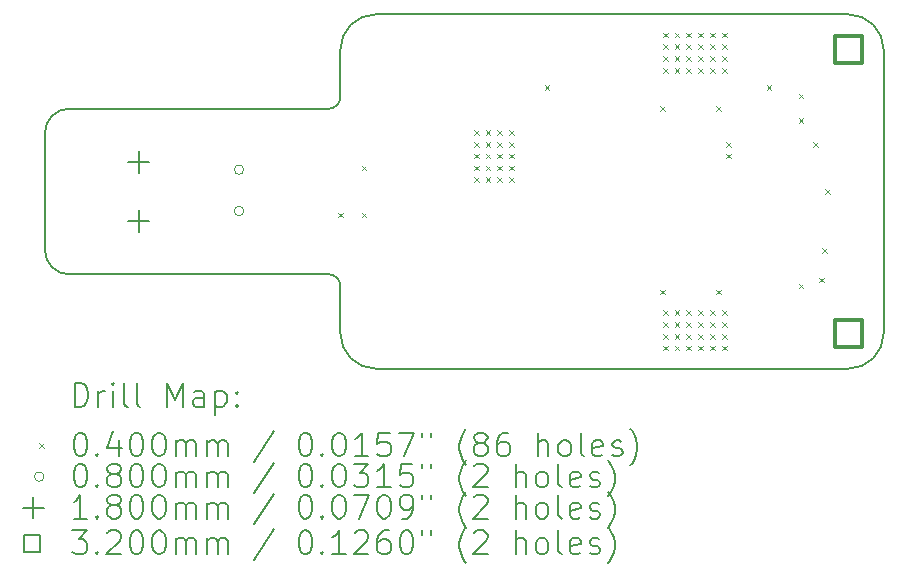
<source format=gbr>
%TF.GenerationSoftware,KiCad,Pcbnew,7.0.9*%
%TF.CreationDate,2023-12-19T12:33:21+08:00*%
%TF.ProjectId,vnh5019,766e6835-3031-4392-9e6b-696361645f70,rev?*%
%TF.SameCoordinates,Original*%
%TF.FileFunction,Drillmap*%
%TF.FilePolarity,Positive*%
%FSLAX45Y45*%
G04 Gerber Fmt 4.5, Leading zero omitted, Abs format (unit mm)*
G04 Created by KiCad (PCBNEW 7.0.9) date 2023-12-19 12:33:21*
%MOMM*%
%LPD*%
G01*
G04 APERTURE LIST*
%ADD10C,0.200000*%
%ADD11C,0.100000*%
%ADD12C,0.180000*%
%ADD13C,0.320000*%
G04 APERTURE END LIST*
D10*
X8400000Y-11300000D02*
G75*
G03*
X8300000Y-11200000I-100000J0D01*
G01*
X12700000Y-9000000D02*
X8700000Y-9000000D01*
X13000000Y-11700000D02*
X13000000Y-9300000D01*
X5900000Y-11000000D02*
G75*
G03*
X6100000Y-11200000I200000J0D01*
G01*
X8400000Y-11300000D02*
X8400000Y-11700000D01*
X8400000Y-9300000D02*
X8400000Y-9700000D01*
X8300000Y-9800000D02*
G75*
G03*
X8400000Y-9700000I0J100000D01*
G01*
X13000000Y-9300000D02*
G75*
G03*
X12700000Y-9000000I-300000J0D01*
G01*
X12700000Y-12000000D02*
G75*
G03*
X13000000Y-11700000I0J300000D01*
G01*
X6100000Y-9800000D02*
G75*
G03*
X5900000Y-10000000I0J-200000D01*
G01*
X8300000Y-9800000D02*
X6100000Y-9800000D01*
X8700000Y-12000000D02*
X12700000Y-12000000D01*
X8400000Y-11700000D02*
G75*
G03*
X8700000Y-12000000I300000J0D01*
G01*
X5900000Y-10000000D02*
X5900000Y-11000000D01*
X6100000Y-11200000D02*
X8300000Y-11200000D01*
X8700000Y-9000000D02*
G75*
G03*
X8400000Y-9300000I0J-300000D01*
G01*
D11*
X8380000Y-10680000D02*
X8420000Y-10720000D01*
X8420000Y-10680000D02*
X8380000Y-10720000D01*
X8580000Y-10280000D02*
X8620000Y-10320000D01*
X8620000Y-10280000D02*
X8580000Y-10320000D01*
X8580000Y-10680000D02*
X8620000Y-10720000D01*
X8620000Y-10680000D02*
X8580000Y-10720000D01*
X9530000Y-9980000D02*
X9570000Y-10020000D01*
X9570000Y-9980000D02*
X9530000Y-10020000D01*
X9530000Y-10080000D02*
X9570000Y-10120000D01*
X9570000Y-10080000D02*
X9530000Y-10120000D01*
X9530000Y-10180000D02*
X9570000Y-10220000D01*
X9570000Y-10180000D02*
X9530000Y-10220000D01*
X9530000Y-10280000D02*
X9570000Y-10320000D01*
X9570000Y-10280000D02*
X9530000Y-10320000D01*
X9530000Y-10380000D02*
X9570000Y-10420000D01*
X9570000Y-10380000D02*
X9530000Y-10420000D01*
X9630000Y-9980000D02*
X9670000Y-10020000D01*
X9670000Y-9980000D02*
X9630000Y-10020000D01*
X9630000Y-10080000D02*
X9670000Y-10120000D01*
X9670000Y-10080000D02*
X9630000Y-10120000D01*
X9630000Y-10180000D02*
X9670000Y-10220000D01*
X9670000Y-10180000D02*
X9630000Y-10220000D01*
X9630000Y-10280000D02*
X9670000Y-10320000D01*
X9670000Y-10280000D02*
X9630000Y-10320000D01*
X9630000Y-10380000D02*
X9670000Y-10420000D01*
X9670000Y-10380000D02*
X9630000Y-10420000D01*
X9730000Y-9980000D02*
X9770000Y-10020000D01*
X9770000Y-9980000D02*
X9730000Y-10020000D01*
X9730000Y-10080000D02*
X9770000Y-10120000D01*
X9770000Y-10080000D02*
X9730000Y-10120000D01*
X9730000Y-10180000D02*
X9770000Y-10220000D01*
X9770000Y-10180000D02*
X9730000Y-10220000D01*
X9730000Y-10280000D02*
X9770000Y-10320000D01*
X9770000Y-10280000D02*
X9730000Y-10320000D01*
X9730000Y-10380000D02*
X9770000Y-10420000D01*
X9770000Y-10380000D02*
X9730000Y-10420000D01*
X9830000Y-9980000D02*
X9870000Y-10020000D01*
X9870000Y-9980000D02*
X9830000Y-10020000D01*
X9830000Y-10080000D02*
X9870000Y-10120000D01*
X9870000Y-10080000D02*
X9830000Y-10120000D01*
X9830000Y-10180000D02*
X9870000Y-10220000D01*
X9870000Y-10180000D02*
X9830000Y-10220000D01*
X9830000Y-10280000D02*
X9870000Y-10320000D01*
X9870000Y-10280000D02*
X9830000Y-10320000D01*
X9830000Y-10380000D02*
X9870000Y-10420000D01*
X9870000Y-10380000D02*
X9830000Y-10420000D01*
X10130000Y-9600050D02*
X10170000Y-9640050D01*
X10170000Y-9600050D02*
X10130000Y-9640050D01*
X11105000Y-9780000D02*
X11145000Y-9820000D01*
X11145000Y-9780000D02*
X11105000Y-9820000D01*
X11105000Y-11330000D02*
X11145000Y-11370000D01*
X11145000Y-11330000D02*
X11105000Y-11370000D01*
X11130000Y-9155000D02*
X11170000Y-9195000D01*
X11170000Y-9155000D02*
X11130000Y-9195000D01*
X11130000Y-9255000D02*
X11170000Y-9295000D01*
X11170000Y-9255000D02*
X11130000Y-9295000D01*
X11130000Y-9355000D02*
X11170000Y-9395000D01*
X11170000Y-9355000D02*
X11130000Y-9395000D01*
X11130000Y-9455000D02*
X11170000Y-9495000D01*
X11170000Y-9455000D02*
X11130000Y-9495000D01*
X11130000Y-11505000D02*
X11170000Y-11545000D01*
X11170000Y-11505000D02*
X11130000Y-11545000D01*
X11130000Y-11605000D02*
X11170000Y-11645000D01*
X11170000Y-11605000D02*
X11130000Y-11645000D01*
X11130000Y-11705000D02*
X11170000Y-11745000D01*
X11170000Y-11705000D02*
X11130000Y-11745000D01*
X11130000Y-11805000D02*
X11170000Y-11845000D01*
X11170000Y-11805000D02*
X11130000Y-11845000D01*
X11230000Y-9155000D02*
X11270000Y-9195000D01*
X11270000Y-9155000D02*
X11230000Y-9195000D01*
X11230000Y-9255000D02*
X11270000Y-9295000D01*
X11270000Y-9255000D02*
X11230000Y-9295000D01*
X11230000Y-9355000D02*
X11270000Y-9395000D01*
X11270000Y-9355000D02*
X11230000Y-9395000D01*
X11230000Y-9455000D02*
X11270000Y-9495000D01*
X11270000Y-9455000D02*
X11230000Y-9495000D01*
X11230000Y-11505000D02*
X11270000Y-11545000D01*
X11270000Y-11505000D02*
X11230000Y-11545000D01*
X11230000Y-11605000D02*
X11270000Y-11645000D01*
X11270000Y-11605000D02*
X11230000Y-11645000D01*
X11230000Y-11705000D02*
X11270000Y-11745000D01*
X11270000Y-11705000D02*
X11230000Y-11745000D01*
X11230000Y-11805000D02*
X11270000Y-11845000D01*
X11270000Y-11805000D02*
X11230000Y-11845000D01*
X11330000Y-9155000D02*
X11370000Y-9195000D01*
X11370000Y-9155000D02*
X11330000Y-9195000D01*
X11330000Y-9255000D02*
X11370000Y-9295000D01*
X11370000Y-9255000D02*
X11330000Y-9295000D01*
X11330000Y-9355000D02*
X11370000Y-9395000D01*
X11370000Y-9355000D02*
X11330000Y-9395000D01*
X11330000Y-9455000D02*
X11370000Y-9495000D01*
X11370000Y-9455000D02*
X11330000Y-9495000D01*
X11330000Y-11505000D02*
X11370000Y-11545000D01*
X11370000Y-11505000D02*
X11330000Y-11545000D01*
X11330000Y-11605000D02*
X11370000Y-11645000D01*
X11370000Y-11605000D02*
X11330000Y-11645000D01*
X11330000Y-11705000D02*
X11370000Y-11745000D01*
X11370000Y-11705000D02*
X11330000Y-11745000D01*
X11330000Y-11805000D02*
X11370000Y-11845000D01*
X11370000Y-11805000D02*
X11330000Y-11845000D01*
X11430000Y-9155000D02*
X11470000Y-9195000D01*
X11470000Y-9155000D02*
X11430000Y-9195000D01*
X11430000Y-9255000D02*
X11470000Y-9295000D01*
X11470000Y-9255000D02*
X11430000Y-9295000D01*
X11430000Y-9355000D02*
X11470000Y-9395000D01*
X11470000Y-9355000D02*
X11430000Y-9395000D01*
X11430000Y-9455000D02*
X11470000Y-9495000D01*
X11470000Y-9455000D02*
X11430000Y-9495000D01*
X11430000Y-11505000D02*
X11470000Y-11545000D01*
X11470000Y-11505000D02*
X11430000Y-11545000D01*
X11430000Y-11605000D02*
X11470000Y-11645000D01*
X11470000Y-11605000D02*
X11430000Y-11645000D01*
X11430000Y-11705000D02*
X11470000Y-11745000D01*
X11470000Y-11705000D02*
X11430000Y-11745000D01*
X11430000Y-11805000D02*
X11470000Y-11845000D01*
X11470000Y-11805000D02*
X11430000Y-11845000D01*
X11530000Y-9155000D02*
X11570000Y-9195000D01*
X11570000Y-9155000D02*
X11530000Y-9195000D01*
X11530000Y-9255000D02*
X11570000Y-9295000D01*
X11570000Y-9255000D02*
X11530000Y-9295000D01*
X11530000Y-9355000D02*
X11570000Y-9395000D01*
X11570000Y-9355000D02*
X11530000Y-9395000D01*
X11530000Y-9455000D02*
X11570000Y-9495000D01*
X11570000Y-9455000D02*
X11530000Y-9495000D01*
X11530000Y-11505000D02*
X11570000Y-11545000D01*
X11570000Y-11505000D02*
X11530000Y-11545000D01*
X11530000Y-11605000D02*
X11570000Y-11645000D01*
X11570000Y-11605000D02*
X11530000Y-11645000D01*
X11530000Y-11705000D02*
X11570000Y-11745000D01*
X11570000Y-11705000D02*
X11530000Y-11745000D01*
X11530000Y-11805000D02*
X11570000Y-11845000D01*
X11570000Y-11805000D02*
X11530000Y-11845000D01*
X11580000Y-9780000D02*
X11620000Y-9820000D01*
X11620000Y-9780000D02*
X11580000Y-9820000D01*
X11580000Y-11330000D02*
X11620000Y-11370000D01*
X11620000Y-11330000D02*
X11580000Y-11370000D01*
X11630000Y-9155000D02*
X11670000Y-9195000D01*
X11670000Y-9155000D02*
X11630000Y-9195000D01*
X11630000Y-9255000D02*
X11670000Y-9295000D01*
X11670000Y-9255000D02*
X11630000Y-9295000D01*
X11630000Y-9355000D02*
X11670000Y-9395000D01*
X11670000Y-9355000D02*
X11630000Y-9395000D01*
X11630000Y-9455000D02*
X11670000Y-9495000D01*
X11670000Y-9455000D02*
X11630000Y-9495000D01*
X11630000Y-11505000D02*
X11670000Y-11545000D01*
X11670000Y-11505000D02*
X11630000Y-11545000D01*
X11630000Y-11605000D02*
X11670000Y-11645000D01*
X11670000Y-11605000D02*
X11630000Y-11645000D01*
X11630000Y-11705000D02*
X11670000Y-11745000D01*
X11670000Y-11705000D02*
X11630000Y-11745000D01*
X11630000Y-11805000D02*
X11670000Y-11845000D01*
X11670000Y-11805000D02*
X11630000Y-11845000D01*
X11667500Y-10080000D02*
X11707500Y-10120000D01*
X11707500Y-10080000D02*
X11667500Y-10120000D01*
X11667500Y-10180000D02*
X11707500Y-10220000D01*
X11707500Y-10180000D02*
X11667500Y-10220000D01*
X12009950Y-9600050D02*
X12049950Y-9640050D01*
X12049950Y-9600050D02*
X12009950Y-9640050D01*
X12280000Y-9672550D02*
X12320000Y-9712550D01*
X12320000Y-9672550D02*
X12280000Y-9712550D01*
X12280000Y-9880000D02*
X12320000Y-9920000D01*
X12320000Y-9880000D02*
X12280000Y-9920000D01*
X12280000Y-11280000D02*
X12320000Y-11320000D01*
X12320000Y-11280000D02*
X12280000Y-11320000D01*
X12405000Y-10080000D02*
X12445000Y-10120000D01*
X12445000Y-10080000D02*
X12405000Y-10120000D01*
X12455000Y-11230000D02*
X12495000Y-11270000D01*
X12495000Y-11230000D02*
X12455000Y-11270000D01*
X12480000Y-10980000D02*
X12520000Y-11020000D01*
X12520000Y-10980000D02*
X12480000Y-11020000D01*
X12505000Y-10480000D02*
X12545000Y-10520000D01*
X12545000Y-10480000D02*
X12505000Y-10520000D01*
X7581804Y-10315265D02*
G75*
G03*
X7581804Y-10315265I-40000J0D01*
G01*
X7581804Y-10665265D02*
G75*
G03*
X7581804Y-10665265I-40000J0D01*
G01*
D12*
X6691804Y-10160000D02*
X6691804Y-10340000D01*
X6601804Y-10250000D02*
X6781804Y-10250000D01*
X6691804Y-10660000D02*
X6691804Y-10840000D01*
X6601804Y-10750000D02*
X6781804Y-10750000D01*
D13*
X12813138Y-9413138D02*
X12813138Y-9186862D01*
X12586862Y-9186862D01*
X12586862Y-9413138D01*
X12813138Y-9413138D01*
X12813138Y-11813138D02*
X12813138Y-11586862D01*
X12586862Y-11586862D01*
X12586862Y-11813138D01*
X12813138Y-11813138D01*
D10*
X6150777Y-12321484D02*
X6150777Y-12121484D01*
X6150777Y-12121484D02*
X6198396Y-12121484D01*
X6198396Y-12121484D02*
X6226967Y-12131008D01*
X6226967Y-12131008D02*
X6246015Y-12150055D01*
X6246015Y-12150055D02*
X6255539Y-12169103D01*
X6255539Y-12169103D02*
X6265062Y-12207198D01*
X6265062Y-12207198D02*
X6265062Y-12235769D01*
X6265062Y-12235769D02*
X6255539Y-12273865D01*
X6255539Y-12273865D02*
X6246015Y-12292912D01*
X6246015Y-12292912D02*
X6226967Y-12311960D01*
X6226967Y-12311960D02*
X6198396Y-12321484D01*
X6198396Y-12321484D02*
X6150777Y-12321484D01*
X6350777Y-12321484D02*
X6350777Y-12188150D01*
X6350777Y-12226246D02*
X6360301Y-12207198D01*
X6360301Y-12207198D02*
X6369824Y-12197674D01*
X6369824Y-12197674D02*
X6388872Y-12188150D01*
X6388872Y-12188150D02*
X6407920Y-12188150D01*
X6474586Y-12321484D02*
X6474586Y-12188150D01*
X6474586Y-12121484D02*
X6465062Y-12131008D01*
X6465062Y-12131008D02*
X6474586Y-12140531D01*
X6474586Y-12140531D02*
X6484110Y-12131008D01*
X6484110Y-12131008D02*
X6474586Y-12121484D01*
X6474586Y-12121484D02*
X6474586Y-12140531D01*
X6598396Y-12321484D02*
X6579348Y-12311960D01*
X6579348Y-12311960D02*
X6569824Y-12292912D01*
X6569824Y-12292912D02*
X6569824Y-12121484D01*
X6703158Y-12321484D02*
X6684110Y-12311960D01*
X6684110Y-12311960D02*
X6674586Y-12292912D01*
X6674586Y-12292912D02*
X6674586Y-12121484D01*
X6931729Y-12321484D02*
X6931729Y-12121484D01*
X6931729Y-12121484D02*
X6998396Y-12264341D01*
X6998396Y-12264341D02*
X7065062Y-12121484D01*
X7065062Y-12121484D02*
X7065062Y-12321484D01*
X7246015Y-12321484D02*
X7246015Y-12216722D01*
X7246015Y-12216722D02*
X7236491Y-12197674D01*
X7236491Y-12197674D02*
X7217443Y-12188150D01*
X7217443Y-12188150D02*
X7179348Y-12188150D01*
X7179348Y-12188150D02*
X7160301Y-12197674D01*
X7246015Y-12311960D02*
X7226967Y-12321484D01*
X7226967Y-12321484D02*
X7179348Y-12321484D01*
X7179348Y-12321484D02*
X7160301Y-12311960D01*
X7160301Y-12311960D02*
X7150777Y-12292912D01*
X7150777Y-12292912D02*
X7150777Y-12273865D01*
X7150777Y-12273865D02*
X7160301Y-12254817D01*
X7160301Y-12254817D02*
X7179348Y-12245293D01*
X7179348Y-12245293D02*
X7226967Y-12245293D01*
X7226967Y-12245293D02*
X7246015Y-12235769D01*
X7341253Y-12188150D02*
X7341253Y-12388150D01*
X7341253Y-12197674D02*
X7360301Y-12188150D01*
X7360301Y-12188150D02*
X7398396Y-12188150D01*
X7398396Y-12188150D02*
X7417443Y-12197674D01*
X7417443Y-12197674D02*
X7426967Y-12207198D01*
X7426967Y-12207198D02*
X7436491Y-12226246D01*
X7436491Y-12226246D02*
X7436491Y-12283388D01*
X7436491Y-12283388D02*
X7426967Y-12302436D01*
X7426967Y-12302436D02*
X7417443Y-12311960D01*
X7417443Y-12311960D02*
X7398396Y-12321484D01*
X7398396Y-12321484D02*
X7360301Y-12321484D01*
X7360301Y-12321484D02*
X7341253Y-12311960D01*
X7522205Y-12302436D02*
X7531729Y-12311960D01*
X7531729Y-12311960D02*
X7522205Y-12321484D01*
X7522205Y-12321484D02*
X7512682Y-12311960D01*
X7512682Y-12311960D02*
X7522205Y-12302436D01*
X7522205Y-12302436D02*
X7522205Y-12321484D01*
X7522205Y-12197674D02*
X7531729Y-12207198D01*
X7531729Y-12207198D02*
X7522205Y-12216722D01*
X7522205Y-12216722D02*
X7512682Y-12207198D01*
X7512682Y-12207198D02*
X7522205Y-12197674D01*
X7522205Y-12197674D02*
X7522205Y-12216722D01*
D11*
X5850000Y-12630000D02*
X5890000Y-12670000D01*
X5890000Y-12630000D02*
X5850000Y-12670000D01*
D10*
X6188872Y-12541484D02*
X6207920Y-12541484D01*
X6207920Y-12541484D02*
X6226967Y-12551008D01*
X6226967Y-12551008D02*
X6236491Y-12560531D01*
X6236491Y-12560531D02*
X6246015Y-12579579D01*
X6246015Y-12579579D02*
X6255539Y-12617674D01*
X6255539Y-12617674D02*
X6255539Y-12665293D01*
X6255539Y-12665293D02*
X6246015Y-12703388D01*
X6246015Y-12703388D02*
X6236491Y-12722436D01*
X6236491Y-12722436D02*
X6226967Y-12731960D01*
X6226967Y-12731960D02*
X6207920Y-12741484D01*
X6207920Y-12741484D02*
X6188872Y-12741484D01*
X6188872Y-12741484D02*
X6169824Y-12731960D01*
X6169824Y-12731960D02*
X6160301Y-12722436D01*
X6160301Y-12722436D02*
X6150777Y-12703388D01*
X6150777Y-12703388D02*
X6141253Y-12665293D01*
X6141253Y-12665293D02*
X6141253Y-12617674D01*
X6141253Y-12617674D02*
X6150777Y-12579579D01*
X6150777Y-12579579D02*
X6160301Y-12560531D01*
X6160301Y-12560531D02*
X6169824Y-12551008D01*
X6169824Y-12551008D02*
X6188872Y-12541484D01*
X6341253Y-12722436D02*
X6350777Y-12731960D01*
X6350777Y-12731960D02*
X6341253Y-12741484D01*
X6341253Y-12741484D02*
X6331729Y-12731960D01*
X6331729Y-12731960D02*
X6341253Y-12722436D01*
X6341253Y-12722436D02*
X6341253Y-12741484D01*
X6522205Y-12608150D02*
X6522205Y-12741484D01*
X6474586Y-12531960D02*
X6426967Y-12674817D01*
X6426967Y-12674817D02*
X6550777Y-12674817D01*
X6665062Y-12541484D02*
X6684110Y-12541484D01*
X6684110Y-12541484D02*
X6703158Y-12551008D01*
X6703158Y-12551008D02*
X6712682Y-12560531D01*
X6712682Y-12560531D02*
X6722205Y-12579579D01*
X6722205Y-12579579D02*
X6731729Y-12617674D01*
X6731729Y-12617674D02*
X6731729Y-12665293D01*
X6731729Y-12665293D02*
X6722205Y-12703388D01*
X6722205Y-12703388D02*
X6712682Y-12722436D01*
X6712682Y-12722436D02*
X6703158Y-12731960D01*
X6703158Y-12731960D02*
X6684110Y-12741484D01*
X6684110Y-12741484D02*
X6665062Y-12741484D01*
X6665062Y-12741484D02*
X6646015Y-12731960D01*
X6646015Y-12731960D02*
X6636491Y-12722436D01*
X6636491Y-12722436D02*
X6626967Y-12703388D01*
X6626967Y-12703388D02*
X6617443Y-12665293D01*
X6617443Y-12665293D02*
X6617443Y-12617674D01*
X6617443Y-12617674D02*
X6626967Y-12579579D01*
X6626967Y-12579579D02*
X6636491Y-12560531D01*
X6636491Y-12560531D02*
X6646015Y-12551008D01*
X6646015Y-12551008D02*
X6665062Y-12541484D01*
X6855539Y-12541484D02*
X6874586Y-12541484D01*
X6874586Y-12541484D02*
X6893634Y-12551008D01*
X6893634Y-12551008D02*
X6903158Y-12560531D01*
X6903158Y-12560531D02*
X6912682Y-12579579D01*
X6912682Y-12579579D02*
X6922205Y-12617674D01*
X6922205Y-12617674D02*
X6922205Y-12665293D01*
X6922205Y-12665293D02*
X6912682Y-12703388D01*
X6912682Y-12703388D02*
X6903158Y-12722436D01*
X6903158Y-12722436D02*
X6893634Y-12731960D01*
X6893634Y-12731960D02*
X6874586Y-12741484D01*
X6874586Y-12741484D02*
X6855539Y-12741484D01*
X6855539Y-12741484D02*
X6836491Y-12731960D01*
X6836491Y-12731960D02*
X6826967Y-12722436D01*
X6826967Y-12722436D02*
X6817443Y-12703388D01*
X6817443Y-12703388D02*
X6807920Y-12665293D01*
X6807920Y-12665293D02*
X6807920Y-12617674D01*
X6807920Y-12617674D02*
X6817443Y-12579579D01*
X6817443Y-12579579D02*
X6826967Y-12560531D01*
X6826967Y-12560531D02*
X6836491Y-12551008D01*
X6836491Y-12551008D02*
X6855539Y-12541484D01*
X7007920Y-12741484D02*
X7007920Y-12608150D01*
X7007920Y-12627198D02*
X7017443Y-12617674D01*
X7017443Y-12617674D02*
X7036491Y-12608150D01*
X7036491Y-12608150D02*
X7065063Y-12608150D01*
X7065063Y-12608150D02*
X7084110Y-12617674D01*
X7084110Y-12617674D02*
X7093634Y-12636722D01*
X7093634Y-12636722D02*
X7093634Y-12741484D01*
X7093634Y-12636722D02*
X7103158Y-12617674D01*
X7103158Y-12617674D02*
X7122205Y-12608150D01*
X7122205Y-12608150D02*
X7150777Y-12608150D01*
X7150777Y-12608150D02*
X7169824Y-12617674D01*
X7169824Y-12617674D02*
X7179348Y-12636722D01*
X7179348Y-12636722D02*
X7179348Y-12741484D01*
X7274586Y-12741484D02*
X7274586Y-12608150D01*
X7274586Y-12627198D02*
X7284110Y-12617674D01*
X7284110Y-12617674D02*
X7303158Y-12608150D01*
X7303158Y-12608150D02*
X7331729Y-12608150D01*
X7331729Y-12608150D02*
X7350777Y-12617674D01*
X7350777Y-12617674D02*
X7360301Y-12636722D01*
X7360301Y-12636722D02*
X7360301Y-12741484D01*
X7360301Y-12636722D02*
X7369824Y-12617674D01*
X7369824Y-12617674D02*
X7388872Y-12608150D01*
X7388872Y-12608150D02*
X7417443Y-12608150D01*
X7417443Y-12608150D02*
X7436491Y-12617674D01*
X7436491Y-12617674D02*
X7446015Y-12636722D01*
X7446015Y-12636722D02*
X7446015Y-12741484D01*
X7836491Y-12531960D02*
X7665063Y-12789103D01*
X8093634Y-12541484D02*
X8112682Y-12541484D01*
X8112682Y-12541484D02*
X8131729Y-12551008D01*
X8131729Y-12551008D02*
X8141253Y-12560531D01*
X8141253Y-12560531D02*
X8150777Y-12579579D01*
X8150777Y-12579579D02*
X8160301Y-12617674D01*
X8160301Y-12617674D02*
X8160301Y-12665293D01*
X8160301Y-12665293D02*
X8150777Y-12703388D01*
X8150777Y-12703388D02*
X8141253Y-12722436D01*
X8141253Y-12722436D02*
X8131729Y-12731960D01*
X8131729Y-12731960D02*
X8112682Y-12741484D01*
X8112682Y-12741484D02*
X8093634Y-12741484D01*
X8093634Y-12741484D02*
X8074586Y-12731960D01*
X8074586Y-12731960D02*
X8065063Y-12722436D01*
X8065063Y-12722436D02*
X8055539Y-12703388D01*
X8055539Y-12703388D02*
X8046015Y-12665293D01*
X8046015Y-12665293D02*
X8046015Y-12617674D01*
X8046015Y-12617674D02*
X8055539Y-12579579D01*
X8055539Y-12579579D02*
X8065063Y-12560531D01*
X8065063Y-12560531D02*
X8074586Y-12551008D01*
X8074586Y-12551008D02*
X8093634Y-12541484D01*
X8246015Y-12722436D02*
X8255539Y-12731960D01*
X8255539Y-12731960D02*
X8246015Y-12741484D01*
X8246015Y-12741484D02*
X8236491Y-12731960D01*
X8236491Y-12731960D02*
X8246015Y-12722436D01*
X8246015Y-12722436D02*
X8246015Y-12741484D01*
X8379348Y-12541484D02*
X8398396Y-12541484D01*
X8398396Y-12541484D02*
X8417444Y-12551008D01*
X8417444Y-12551008D02*
X8426968Y-12560531D01*
X8426968Y-12560531D02*
X8436491Y-12579579D01*
X8436491Y-12579579D02*
X8446015Y-12617674D01*
X8446015Y-12617674D02*
X8446015Y-12665293D01*
X8446015Y-12665293D02*
X8436491Y-12703388D01*
X8436491Y-12703388D02*
X8426968Y-12722436D01*
X8426968Y-12722436D02*
X8417444Y-12731960D01*
X8417444Y-12731960D02*
X8398396Y-12741484D01*
X8398396Y-12741484D02*
X8379348Y-12741484D01*
X8379348Y-12741484D02*
X8360301Y-12731960D01*
X8360301Y-12731960D02*
X8350777Y-12722436D01*
X8350777Y-12722436D02*
X8341253Y-12703388D01*
X8341253Y-12703388D02*
X8331729Y-12665293D01*
X8331729Y-12665293D02*
X8331729Y-12617674D01*
X8331729Y-12617674D02*
X8341253Y-12579579D01*
X8341253Y-12579579D02*
X8350777Y-12560531D01*
X8350777Y-12560531D02*
X8360301Y-12551008D01*
X8360301Y-12551008D02*
X8379348Y-12541484D01*
X8636491Y-12741484D02*
X8522206Y-12741484D01*
X8579348Y-12741484D02*
X8579348Y-12541484D01*
X8579348Y-12541484D02*
X8560301Y-12570055D01*
X8560301Y-12570055D02*
X8541253Y-12589103D01*
X8541253Y-12589103D02*
X8522206Y-12598627D01*
X8817444Y-12541484D02*
X8722206Y-12541484D01*
X8722206Y-12541484D02*
X8712682Y-12636722D01*
X8712682Y-12636722D02*
X8722206Y-12627198D01*
X8722206Y-12627198D02*
X8741253Y-12617674D01*
X8741253Y-12617674D02*
X8788872Y-12617674D01*
X8788872Y-12617674D02*
X8807920Y-12627198D01*
X8807920Y-12627198D02*
X8817444Y-12636722D01*
X8817444Y-12636722D02*
X8826968Y-12655769D01*
X8826968Y-12655769D02*
X8826968Y-12703388D01*
X8826968Y-12703388D02*
X8817444Y-12722436D01*
X8817444Y-12722436D02*
X8807920Y-12731960D01*
X8807920Y-12731960D02*
X8788872Y-12741484D01*
X8788872Y-12741484D02*
X8741253Y-12741484D01*
X8741253Y-12741484D02*
X8722206Y-12731960D01*
X8722206Y-12731960D02*
X8712682Y-12722436D01*
X8893634Y-12541484D02*
X9026968Y-12541484D01*
X9026968Y-12541484D02*
X8941253Y-12741484D01*
X9093634Y-12541484D02*
X9093634Y-12579579D01*
X9169825Y-12541484D02*
X9169825Y-12579579D01*
X9465063Y-12817674D02*
X9455539Y-12808150D01*
X9455539Y-12808150D02*
X9436491Y-12779579D01*
X9436491Y-12779579D02*
X9426968Y-12760531D01*
X9426968Y-12760531D02*
X9417444Y-12731960D01*
X9417444Y-12731960D02*
X9407920Y-12684341D01*
X9407920Y-12684341D02*
X9407920Y-12646246D01*
X9407920Y-12646246D02*
X9417444Y-12598627D01*
X9417444Y-12598627D02*
X9426968Y-12570055D01*
X9426968Y-12570055D02*
X9436491Y-12551008D01*
X9436491Y-12551008D02*
X9455539Y-12522436D01*
X9455539Y-12522436D02*
X9465063Y-12512912D01*
X9569825Y-12627198D02*
X9550777Y-12617674D01*
X9550777Y-12617674D02*
X9541253Y-12608150D01*
X9541253Y-12608150D02*
X9531730Y-12589103D01*
X9531730Y-12589103D02*
X9531730Y-12579579D01*
X9531730Y-12579579D02*
X9541253Y-12560531D01*
X9541253Y-12560531D02*
X9550777Y-12551008D01*
X9550777Y-12551008D02*
X9569825Y-12541484D01*
X9569825Y-12541484D02*
X9607920Y-12541484D01*
X9607920Y-12541484D02*
X9626968Y-12551008D01*
X9626968Y-12551008D02*
X9636491Y-12560531D01*
X9636491Y-12560531D02*
X9646015Y-12579579D01*
X9646015Y-12579579D02*
X9646015Y-12589103D01*
X9646015Y-12589103D02*
X9636491Y-12608150D01*
X9636491Y-12608150D02*
X9626968Y-12617674D01*
X9626968Y-12617674D02*
X9607920Y-12627198D01*
X9607920Y-12627198D02*
X9569825Y-12627198D01*
X9569825Y-12627198D02*
X9550777Y-12636722D01*
X9550777Y-12636722D02*
X9541253Y-12646246D01*
X9541253Y-12646246D02*
X9531730Y-12665293D01*
X9531730Y-12665293D02*
X9531730Y-12703388D01*
X9531730Y-12703388D02*
X9541253Y-12722436D01*
X9541253Y-12722436D02*
X9550777Y-12731960D01*
X9550777Y-12731960D02*
X9569825Y-12741484D01*
X9569825Y-12741484D02*
X9607920Y-12741484D01*
X9607920Y-12741484D02*
X9626968Y-12731960D01*
X9626968Y-12731960D02*
X9636491Y-12722436D01*
X9636491Y-12722436D02*
X9646015Y-12703388D01*
X9646015Y-12703388D02*
X9646015Y-12665293D01*
X9646015Y-12665293D02*
X9636491Y-12646246D01*
X9636491Y-12646246D02*
X9626968Y-12636722D01*
X9626968Y-12636722D02*
X9607920Y-12627198D01*
X9817444Y-12541484D02*
X9779349Y-12541484D01*
X9779349Y-12541484D02*
X9760301Y-12551008D01*
X9760301Y-12551008D02*
X9750777Y-12560531D01*
X9750777Y-12560531D02*
X9731730Y-12589103D01*
X9731730Y-12589103D02*
X9722206Y-12627198D01*
X9722206Y-12627198D02*
X9722206Y-12703388D01*
X9722206Y-12703388D02*
X9731730Y-12722436D01*
X9731730Y-12722436D02*
X9741253Y-12731960D01*
X9741253Y-12731960D02*
X9760301Y-12741484D01*
X9760301Y-12741484D02*
X9798396Y-12741484D01*
X9798396Y-12741484D02*
X9817444Y-12731960D01*
X9817444Y-12731960D02*
X9826968Y-12722436D01*
X9826968Y-12722436D02*
X9836491Y-12703388D01*
X9836491Y-12703388D02*
X9836491Y-12655769D01*
X9836491Y-12655769D02*
X9826968Y-12636722D01*
X9826968Y-12636722D02*
X9817444Y-12627198D01*
X9817444Y-12627198D02*
X9798396Y-12617674D01*
X9798396Y-12617674D02*
X9760301Y-12617674D01*
X9760301Y-12617674D02*
X9741253Y-12627198D01*
X9741253Y-12627198D02*
X9731730Y-12636722D01*
X9731730Y-12636722D02*
X9722206Y-12655769D01*
X10074587Y-12741484D02*
X10074587Y-12541484D01*
X10160301Y-12741484D02*
X10160301Y-12636722D01*
X10160301Y-12636722D02*
X10150777Y-12617674D01*
X10150777Y-12617674D02*
X10131730Y-12608150D01*
X10131730Y-12608150D02*
X10103158Y-12608150D01*
X10103158Y-12608150D02*
X10084111Y-12617674D01*
X10084111Y-12617674D02*
X10074587Y-12627198D01*
X10284111Y-12741484D02*
X10265063Y-12731960D01*
X10265063Y-12731960D02*
X10255539Y-12722436D01*
X10255539Y-12722436D02*
X10246015Y-12703388D01*
X10246015Y-12703388D02*
X10246015Y-12646246D01*
X10246015Y-12646246D02*
X10255539Y-12627198D01*
X10255539Y-12627198D02*
X10265063Y-12617674D01*
X10265063Y-12617674D02*
X10284111Y-12608150D01*
X10284111Y-12608150D02*
X10312682Y-12608150D01*
X10312682Y-12608150D02*
X10331730Y-12617674D01*
X10331730Y-12617674D02*
X10341253Y-12627198D01*
X10341253Y-12627198D02*
X10350777Y-12646246D01*
X10350777Y-12646246D02*
X10350777Y-12703388D01*
X10350777Y-12703388D02*
X10341253Y-12722436D01*
X10341253Y-12722436D02*
X10331730Y-12731960D01*
X10331730Y-12731960D02*
X10312682Y-12741484D01*
X10312682Y-12741484D02*
X10284111Y-12741484D01*
X10465063Y-12741484D02*
X10446015Y-12731960D01*
X10446015Y-12731960D02*
X10436492Y-12712912D01*
X10436492Y-12712912D02*
X10436492Y-12541484D01*
X10617444Y-12731960D02*
X10598396Y-12741484D01*
X10598396Y-12741484D02*
X10560301Y-12741484D01*
X10560301Y-12741484D02*
X10541253Y-12731960D01*
X10541253Y-12731960D02*
X10531730Y-12712912D01*
X10531730Y-12712912D02*
X10531730Y-12636722D01*
X10531730Y-12636722D02*
X10541253Y-12617674D01*
X10541253Y-12617674D02*
X10560301Y-12608150D01*
X10560301Y-12608150D02*
X10598396Y-12608150D01*
X10598396Y-12608150D02*
X10617444Y-12617674D01*
X10617444Y-12617674D02*
X10626968Y-12636722D01*
X10626968Y-12636722D02*
X10626968Y-12655769D01*
X10626968Y-12655769D02*
X10531730Y-12674817D01*
X10703158Y-12731960D02*
X10722206Y-12741484D01*
X10722206Y-12741484D02*
X10760301Y-12741484D01*
X10760301Y-12741484D02*
X10779349Y-12731960D01*
X10779349Y-12731960D02*
X10788873Y-12712912D01*
X10788873Y-12712912D02*
X10788873Y-12703388D01*
X10788873Y-12703388D02*
X10779349Y-12684341D01*
X10779349Y-12684341D02*
X10760301Y-12674817D01*
X10760301Y-12674817D02*
X10731730Y-12674817D01*
X10731730Y-12674817D02*
X10712682Y-12665293D01*
X10712682Y-12665293D02*
X10703158Y-12646246D01*
X10703158Y-12646246D02*
X10703158Y-12636722D01*
X10703158Y-12636722D02*
X10712682Y-12617674D01*
X10712682Y-12617674D02*
X10731730Y-12608150D01*
X10731730Y-12608150D02*
X10760301Y-12608150D01*
X10760301Y-12608150D02*
X10779349Y-12617674D01*
X10855539Y-12817674D02*
X10865063Y-12808150D01*
X10865063Y-12808150D02*
X10884111Y-12779579D01*
X10884111Y-12779579D02*
X10893634Y-12760531D01*
X10893634Y-12760531D02*
X10903158Y-12731960D01*
X10903158Y-12731960D02*
X10912682Y-12684341D01*
X10912682Y-12684341D02*
X10912682Y-12646246D01*
X10912682Y-12646246D02*
X10903158Y-12598627D01*
X10903158Y-12598627D02*
X10893634Y-12570055D01*
X10893634Y-12570055D02*
X10884111Y-12551008D01*
X10884111Y-12551008D02*
X10865063Y-12522436D01*
X10865063Y-12522436D02*
X10855539Y-12512912D01*
D11*
X5890000Y-12914000D02*
G75*
G03*
X5890000Y-12914000I-40000J0D01*
G01*
D10*
X6188872Y-12805484D02*
X6207920Y-12805484D01*
X6207920Y-12805484D02*
X6226967Y-12815008D01*
X6226967Y-12815008D02*
X6236491Y-12824531D01*
X6236491Y-12824531D02*
X6246015Y-12843579D01*
X6246015Y-12843579D02*
X6255539Y-12881674D01*
X6255539Y-12881674D02*
X6255539Y-12929293D01*
X6255539Y-12929293D02*
X6246015Y-12967388D01*
X6246015Y-12967388D02*
X6236491Y-12986436D01*
X6236491Y-12986436D02*
X6226967Y-12995960D01*
X6226967Y-12995960D02*
X6207920Y-13005484D01*
X6207920Y-13005484D02*
X6188872Y-13005484D01*
X6188872Y-13005484D02*
X6169824Y-12995960D01*
X6169824Y-12995960D02*
X6160301Y-12986436D01*
X6160301Y-12986436D02*
X6150777Y-12967388D01*
X6150777Y-12967388D02*
X6141253Y-12929293D01*
X6141253Y-12929293D02*
X6141253Y-12881674D01*
X6141253Y-12881674D02*
X6150777Y-12843579D01*
X6150777Y-12843579D02*
X6160301Y-12824531D01*
X6160301Y-12824531D02*
X6169824Y-12815008D01*
X6169824Y-12815008D02*
X6188872Y-12805484D01*
X6341253Y-12986436D02*
X6350777Y-12995960D01*
X6350777Y-12995960D02*
X6341253Y-13005484D01*
X6341253Y-13005484D02*
X6331729Y-12995960D01*
X6331729Y-12995960D02*
X6341253Y-12986436D01*
X6341253Y-12986436D02*
X6341253Y-13005484D01*
X6465062Y-12891198D02*
X6446015Y-12881674D01*
X6446015Y-12881674D02*
X6436491Y-12872150D01*
X6436491Y-12872150D02*
X6426967Y-12853103D01*
X6426967Y-12853103D02*
X6426967Y-12843579D01*
X6426967Y-12843579D02*
X6436491Y-12824531D01*
X6436491Y-12824531D02*
X6446015Y-12815008D01*
X6446015Y-12815008D02*
X6465062Y-12805484D01*
X6465062Y-12805484D02*
X6503158Y-12805484D01*
X6503158Y-12805484D02*
X6522205Y-12815008D01*
X6522205Y-12815008D02*
X6531729Y-12824531D01*
X6531729Y-12824531D02*
X6541253Y-12843579D01*
X6541253Y-12843579D02*
X6541253Y-12853103D01*
X6541253Y-12853103D02*
X6531729Y-12872150D01*
X6531729Y-12872150D02*
X6522205Y-12881674D01*
X6522205Y-12881674D02*
X6503158Y-12891198D01*
X6503158Y-12891198D02*
X6465062Y-12891198D01*
X6465062Y-12891198D02*
X6446015Y-12900722D01*
X6446015Y-12900722D02*
X6436491Y-12910246D01*
X6436491Y-12910246D02*
X6426967Y-12929293D01*
X6426967Y-12929293D02*
X6426967Y-12967388D01*
X6426967Y-12967388D02*
X6436491Y-12986436D01*
X6436491Y-12986436D02*
X6446015Y-12995960D01*
X6446015Y-12995960D02*
X6465062Y-13005484D01*
X6465062Y-13005484D02*
X6503158Y-13005484D01*
X6503158Y-13005484D02*
X6522205Y-12995960D01*
X6522205Y-12995960D02*
X6531729Y-12986436D01*
X6531729Y-12986436D02*
X6541253Y-12967388D01*
X6541253Y-12967388D02*
X6541253Y-12929293D01*
X6541253Y-12929293D02*
X6531729Y-12910246D01*
X6531729Y-12910246D02*
X6522205Y-12900722D01*
X6522205Y-12900722D02*
X6503158Y-12891198D01*
X6665062Y-12805484D02*
X6684110Y-12805484D01*
X6684110Y-12805484D02*
X6703158Y-12815008D01*
X6703158Y-12815008D02*
X6712682Y-12824531D01*
X6712682Y-12824531D02*
X6722205Y-12843579D01*
X6722205Y-12843579D02*
X6731729Y-12881674D01*
X6731729Y-12881674D02*
X6731729Y-12929293D01*
X6731729Y-12929293D02*
X6722205Y-12967388D01*
X6722205Y-12967388D02*
X6712682Y-12986436D01*
X6712682Y-12986436D02*
X6703158Y-12995960D01*
X6703158Y-12995960D02*
X6684110Y-13005484D01*
X6684110Y-13005484D02*
X6665062Y-13005484D01*
X6665062Y-13005484D02*
X6646015Y-12995960D01*
X6646015Y-12995960D02*
X6636491Y-12986436D01*
X6636491Y-12986436D02*
X6626967Y-12967388D01*
X6626967Y-12967388D02*
X6617443Y-12929293D01*
X6617443Y-12929293D02*
X6617443Y-12881674D01*
X6617443Y-12881674D02*
X6626967Y-12843579D01*
X6626967Y-12843579D02*
X6636491Y-12824531D01*
X6636491Y-12824531D02*
X6646015Y-12815008D01*
X6646015Y-12815008D02*
X6665062Y-12805484D01*
X6855539Y-12805484D02*
X6874586Y-12805484D01*
X6874586Y-12805484D02*
X6893634Y-12815008D01*
X6893634Y-12815008D02*
X6903158Y-12824531D01*
X6903158Y-12824531D02*
X6912682Y-12843579D01*
X6912682Y-12843579D02*
X6922205Y-12881674D01*
X6922205Y-12881674D02*
X6922205Y-12929293D01*
X6922205Y-12929293D02*
X6912682Y-12967388D01*
X6912682Y-12967388D02*
X6903158Y-12986436D01*
X6903158Y-12986436D02*
X6893634Y-12995960D01*
X6893634Y-12995960D02*
X6874586Y-13005484D01*
X6874586Y-13005484D02*
X6855539Y-13005484D01*
X6855539Y-13005484D02*
X6836491Y-12995960D01*
X6836491Y-12995960D02*
X6826967Y-12986436D01*
X6826967Y-12986436D02*
X6817443Y-12967388D01*
X6817443Y-12967388D02*
X6807920Y-12929293D01*
X6807920Y-12929293D02*
X6807920Y-12881674D01*
X6807920Y-12881674D02*
X6817443Y-12843579D01*
X6817443Y-12843579D02*
X6826967Y-12824531D01*
X6826967Y-12824531D02*
X6836491Y-12815008D01*
X6836491Y-12815008D02*
X6855539Y-12805484D01*
X7007920Y-13005484D02*
X7007920Y-12872150D01*
X7007920Y-12891198D02*
X7017443Y-12881674D01*
X7017443Y-12881674D02*
X7036491Y-12872150D01*
X7036491Y-12872150D02*
X7065063Y-12872150D01*
X7065063Y-12872150D02*
X7084110Y-12881674D01*
X7084110Y-12881674D02*
X7093634Y-12900722D01*
X7093634Y-12900722D02*
X7093634Y-13005484D01*
X7093634Y-12900722D02*
X7103158Y-12881674D01*
X7103158Y-12881674D02*
X7122205Y-12872150D01*
X7122205Y-12872150D02*
X7150777Y-12872150D01*
X7150777Y-12872150D02*
X7169824Y-12881674D01*
X7169824Y-12881674D02*
X7179348Y-12900722D01*
X7179348Y-12900722D02*
X7179348Y-13005484D01*
X7274586Y-13005484D02*
X7274586Y-12872150D01*
X7274586Y-12891198D02*
X7284110Y-12881674D01*
X7284110Y-12881674D02*
X7303158Y-12872150D01*
X7303158Y-12872150D02*
X7331729Y-12872150D01*
X7331729Y-12872150D02*
X7350777Y-12881674D01*
X7350777Y-12881674D02*
X7360301Y-12900722D01*
X7360301Y-12900722D02*
X7360301Y-13005484D01*
X7360301Y-12900722D02*
X7369824Y-12881674D01*
X7369824Y-12881674D02*
X7388872Y-12872150D01*
X7388872Y-12872150D02*
X7417443Y-12872150D01*
X7417443Y-12872150D02*
X7436491Y-12881674D01*
X7436491Y-12881674D02*
X7446015Y-12900722D01*
X7446015Y-12900722D02*
X7446015Y-13005484D01*
X7836491Y-12795960D02*
X7665063Y-13053103D01*
X8093634Y-12805484D02*
X8112682Y-12805484D01*
X8112682Y-12805484D02*
X8131729Y-12815008D01*
X8131729Y-12815008D02*
X8141253Y-12824531D01*
X8141253Y-12824531D02*
X8150777Y-12843579D01*
X8150777Y-12843579D02*
X8160301Y-12881674D01*
X8160301Y-12881674D02*
X8160301Y-12929293D01*
X8160301Y-12929293D02*
X8150777Y-12967388D01*
X8150777Y-12967388D02*
X8141253Y-12986436D01*
X8141253Y-12986436D02*
X8131729Y-12995960D01*
X8131729Y-12995960D02*
X8112682Y-13005484D01*
X8112682Y-13005484D02*
X8093634Y-13005484D01*
X8093634Y-13005484D02*
X8074586Y-12995960D01*
X8074586Y-12995960D02*
X8065063Y-12986436D01*
X8065063Y-12986436D02*
X8055539Y-12967388D01*
X8055539Y-12967388D02*
X8046015Y-12929293D01*
X8046015Y-12929293D02*
X8046015Y-12881674D01*
X8046015Y-12881674D02*
X8055539Y-12843579D01*
X8055539Y-12843579D02*
X8065063Y-12824531D01*
X8065063Y-12824531D02*
X8074586Y-12815008D01*
X8074586Y-12815008D02*
X8093634Y-12805484D01*
X8246015Y-12986436D02*
X8255539Y-12995960D01*
X8255539Y-12995960D02*
X8246015Y-13005484D01*
X8246015Y-13005484D02*
X8236491Y-12995960D01*
X8236491Y-12995960D02*
X8246015Y-12986436D01*
X8246015Y-12986436D02*
X8246015Y-13005484D01*
X8379348Y-12805484D02*
X8398396Y-12805484D01*
X8398396Y-12805484D02*
X8417444Y-12815008D01*
X8417444Y-12815008D02*
X8426968Y-12824531D01*
X8426968Y-12824531D02*
X8436491Y-12843579D01*
X8436491Y-12843579D02*
X8446015Y-12881674D01*
X8446015Y-12881674D02*
X8446015Y-12929293D01*
X8446015Y-12929293D02*
X8436491Y-12967388D01*
X8436491Y-12967388D02*
X8426968Y-12986436D01*
X8426968Y-12986436D02*
X8417444Y-12995960D01*
X8417444Y-12995960D02*
X8398396Y-13005484D01*
X8398396Y-13005484D02*
X8379348Y-13005484D01*
X8379348Y-13005484D02*
X8360301Y-12995960D01*
X8360301Y-12995960D02*
X8350777Y-12986436D01*
X8350777Y-12986436D02*
X8341253Y-12967388D01*
X8341253Y-12967388D02*
X8331729Y-12929293D01*
X8331729Y-12929293D02*
X8331729Y-12881674D01*
X8331729Y-12881674D02*
X8341253Y-12843579D01*
X8341253Y-12843579D02*
X8350777Y-12824531D01*
X8350777Y-12824531D02*
X8360301Y-12815008D01*
X8360301Y-12815008D02*
X8379348Y-12805484D01*
X8512682Y-12805484D02*
X8636491Y-12805484D01*
X8636491Y-12805484D02*
X8569825Y-12881674D01*
X8569825Y-12881674D02*
X8598396Y-12881674D01*
X8598396Y-12881674D02*
X8617444Y-12891198D01*
X8617444Y-12891198D02*
X8626968Y-12900722D01*
X8626968Y-12900722D02*
X8636491Y-12919769D01*
X8636491Y-12919769D02*
X8636491Y-12967388D01*
X8636491Y-12967388D02*
X8626968Y-12986436D01*
X8626968Y-12986436D02*
X8617444Y-12995960D01*
X8617444Y-12995960D02*
X8598396Y-13005484D01*
X8598396Y-13005484D02*
X8541253Y-13005484D01*
X8541253Y-13005484D02*
X8522206Y-12995960D01*
X8522206Y-12995960D02*
X8512682Y-12986436D01*
X8826968Y-13005484D02*
X8712682Y-13005484D01*
X8769825Y-13005484D02*
X8769825Y-12805484D01*
X8769825Y-12805484D02*
X8750777Y-12834055D01*
X8750777Y-12834055D02*
X8731729Y-12853103D01*
X8731729Y-12853103D02*
X8712682Y-12862627D01*
X9007920Y-12805484D02*
X8912682Y-12805484D01*
X8912682Y-12805484D02*
X8903158Y-12900722D01*
X8903158Y-12900722D02*
X8912682Y-12891198D01*
X8912682Y-12891198D02*
X8931729Y-12881674D01*
X8931729Y-12881674D02*
X8979349Y-12881674D01*
X8979349Y-12881674D02*
X8998396Y-12891198D01*
X8998396Y-12891198D02*
X9007920Y-12900722D01*
X9007920Y-12900722D02*
X9017444Y-12919769D01*
X9017444Y-12919769D02*
X9017444Y-12967388D01*
X9017444Y-12967388D02*
X9007920Y-12986436D01*
X9007920Y-12986436D02*
X8998396Y-12995960D01*
X8998396Y-12995960D02*
X8979349Y-13005484D01*
X8979349Y-13005484D02*
X8931729Y-13005484D01*
X8931729Y-13005484D02*
X8912682Y-12995960D01*
X8912682Y-12995960D02*
X8903158Y-12986436D01*
X9093634Y-12805484D02*
X9093634Y-12843579D01*
X9169825Y-12805484D02*
X9169825Y-12843579D01*
X9465063Y-13081674D02*
X9455539Y-13072150D01*
X9455539Y-13072150D02*
X9436491Y-13043579D01*
X9436491Y-13043579D02*
X9426968Y-13024531D01*
X9426968Y-13024531D02*
X9417444Y-12995960D01*
X9417444Y-12995960D02*
X9407920Y-12948341D01*
X9407920Y-12948341D02*
X9407920Y-12910246D01*
X9407920Y-12910246D02*
X9417444Y-12862627D01*
X9417444Y-12862627D02*
X9426968Y-12834055D01*
X9426968Y-12834055D02*
X9436491Y-12815008D01*
X9436491Y-12815008D02*
X9455539Y-12786436D01*
X9455539Y-12786436D02*
X9465063Y-12776912D01*
X9531730Y-12824531D02*
X9541253Y-12815008D01*
X9541253Y-12815008D02*
X9560301Y-12805484D01*
X9560301Y-12805484D02*
X9607920Y-12805484D01*
X9607920Y-12805484D02*
X9626968Y-12815008D01*
X9626968Y-12815008D02*
X9636491Y-12824531D01*
X9636491Y-12824531D02*
X9646015Y-12843579D01*
X9646015Y-12843579D02*
X9646015Y-12862627D01*
X9646015Y-12862627D02*
X9636491Y-12891198D01*
X9636491Y-12891198D02*
X9522206Y-13005484D01*
X9522206Y-13005484D02*
X9646015Y-13005484D01*
X9884111Y-13005484D02*
X9884111Y-12805484D01*
X9969825Y-13005484D02*
X9969825Y-12900722D01*
X9969825Y-12900722D02*
X9960301Y-12881674D01*
X9960301Y-12881674D02*
X9941253Y-12872150D01*
X9941253Y-12872150D02*
X9912682Y-12872150D01*
X9912682Y-12872150D02*
X9893634Y-12881674D01*
X9893634Y-12881674D02*
X9884111Y-12891198D01*
X10093634Y-13005484D02*
X10074587Y-12995960D01*
X10074587Y-12995960D02*
X10065063Y-12986436D01*
X10065063Y-12986436D02*
X10055539Y-12967388D01*
X10055539Y-12967388D02*
X10055539Y-12910246D01*
X10055539Y-12910246D02*
X10065063Y-12891198D01*
X10065063Y-12891198D02*
X10074587Y-12881674D01*
X10074587Y-12881674D02*
X10093634Y-12872150D01*
X10093634Y-12872150D02*
X10122206Y-12872150D01*
X10122206Y-12872150D02*
X10141253Y-12881674D01*
X10141253Y-12881674D02*
X10150777Y-12891198D01*
X10150777Y-12891198D02*
X10160301Y-12910246D01*
X10160301Y-12910246D02*
X10160301Y-12967388D01*
X10160301Y-12967388D02*
X10150777Y-12986436D01*
X10150777Y-12986436D02*
X10141253Y-12995960D01*
X10141253Y-12995960D02*
X10122206Y-13005484D01*
X10122206Y-13005484D02*
X10093634Y-13005484D01*
X10274587Y-13005484D02*
X10255539Y-12995960D01*
X10255539Y-12995960D02*
X10246015Y-12976912D01*
X10246015Y-12976912D02*
X10246015Y-12805484D01*
X10426968Y-12995960D02*
X10407920Y-13005484D01*
X10407920Y-13005484D02*
X10369825Y-13005484D01*
X10369825Y-13005484D02*
X10350777Y-12995960D01*
X10350777Y-12995960D02*
X10341253Y-12976912D01*
X10341253Y-12976912D02*
X10341253Y-12900722D01*
X10341253Y-12900722D02*
X10350777Y-12881674D01*
X10350777Y-12881674D02*
X10369825Y-12872150D01*
X10369825Y-12872150D02*
X10407920Y-12872150D01*
X10407920Y-12872150D02*
X10426968Y-12881674D01*
X10426968Y-12881674D02*
X10436492Y-12900722D01*
X10436492Y-12900722D02*
X10436492Y-12919769D01*
X10436492Y-12919769D02*
X10341253Y-12938817D01*
X10512682Y-12995960D02*
X10531730Y-13005484D01*
X10531730Y-13005484D02*
X10569825Y-13005484D01*
X10569825Y-13005484D02*
X10588873Y-12995960D01*
X10588873Y-12995960D02*
X10598396Y-12976912D01*
X10598396Y-12976912D02*
X10598396Y-12967388D01*
X10598396Y-12967388D02*
X10588873Y-12948341D01*
X10588873Y-12948341D02*
X10569825Y-12938817D01*
X10569825Y-12938817D02*
X10541253Y-12938817D01*
X10541253Y-12938817D02*
X10522206Y-12929293D01*
X10522206Y-12929293D02*
X10512682Y-12910246D01*
X10512682Y-12910246D02*
X10512682Y-12900722D01*
X10512682Y-12900722D02*
X10522206Y-12881674D01*
X10522206Y-12881674D02*
X10541253Y-12872150D01*
X10541253Y-12872150D02*
X10569825Y-12872150D01*
X10569825Y-12872150D02*
X10588873Y-12881674D01*
X10665063Y-13081674D02*
X10674587Y-13072150D01*
X10674587Y-13072150D02*
X10693634Y-13043579D01*
X10693634Y-13043579D02*
X10703158Y-13024531D01*
X10703158Y-13024531D02*
X10712682Y-12995960D01*
X10712682Y-12995960D02*
X10722206Y-12948341D01*
X10722206Y-12948341D02*
X10722206Y-12910246D01*
X10722206Y-12910246D02*
X10712682Y-12862627D01*
X10712682Y-12862627D02*
X10703158Y-12834055D01*
X10703158Y-12834055D02*
X10693634Y-12815008D01*
X10693634Y-12815008D02*
X10674587Y-12786436D01*
X10674587Y-12786436D02*
X10665063Y-12776912D01*
D12*
X5800000Y-13088000D02*
X5800000Y-13268000D01*
X5710000Y-13178000D02*
X5890000Y-13178000D01*
D10*
X6255539Y-13269484D02*
X6141253Y-13269484D01*
X6198396Y-13269484D02*
X6198396Y-13069484D01*
X6198396Y-13069484D02*
X6179348Y-13098055D01*
X6179348Y-13098055D02*
X6160301Y-13117103D01*
X6160301Y-13117103D02*
X6141253Y-13126627D01*
X6341253Y-13250436D02*
X6350777Y-13259960D01*
X6350777Y-13259960D02*
X6341253Y-13269484D01*
X6341253Y-13269484D02*
X6331729Y-13259960D01*
X6331729Y-13259960D02*
X6341253Y-13250436D01*
X6341253Y-13250436D02*
X6341253Y-13269484D01*
X6465062Y-13155198D02*
X6446015Y-13145674D01*
X6446015Y-13145674D02*
X6436491Y-13136150D01*
X6436491Y-13136150D02*
X6426967Y-13117103D01*
X6426967Y-13117103D02*
X6426967Y-13107579D01*
X6426967Y-13107579D02*
X6436491Y-13088531D01*
X6436491Y-13088531D02*
X6446015Y-13079008D01*
X6446015Y-13079008D02*
X6465062Y-13069484D01*
X6465062Y-13069484D02*
X6503158Y-13069484D01*
X6503158Y-13069484D02*
X6522205Y-13079008D01*
X6522205Y-13079008D02*
X6531729Y-13088531D01*
X6531729Y-13088531D02*
X6541253Y-13107579D01*
X6541253Y-13107579D02*
X6541253Y-13117103D01*
X6541253Y-13117103D02*
X6531729Y-13136150D01*
X6531729Y-13136150D02*
X6522205Y-13145674D01*
X6522205Y-13145674D02*
X6503158Y-13155198D01*
X6503158Y-13155198D02*
X6465062Y-13155198D01*
X6465062Y-13155198D02*
X6446015Y-13164722D01*
X6446015Y-13164722D02*
X6436491Y-13174246D01*
X6436491Y-13174246D02*
X6426967Y-13193293D01*
X6426967Y-13193293D02*
X6426967Y-13231388D01*
X6426967Y-13231388D02*
X6436491Y-13250436D01*
X6436491Y-13250436D02*
X6446015Y-13259960D01*
X6446015Y-13259960D02*
X6465062Y-13269484D01*
X6465062Y-13269484D02*
X6503158Y-13269484D01*
X6503158Y-13269484D02*
X6522205Y-13259960D01*
X6522205Y-13259960D02*
X6531729Y-13250436D01*
X6531729Y-13250436D02*
X6541253Y-13231388D01*
X6541253Y-13231388D02*
X6541253Y-13193293D01*
X6541253Y-13193293D02*
X6531729Y-13174246D01*
X6531729Y-13174246D02*
X6522205Y-13164722D01*
X6522205Y-13164722D02*
X6503158Y-13155198D01*
X6665062Y-13069484D02*
X6684110Y-13069484D01*
X6684110Y-13069484D02*
X6703158Y-13079008D01*
X6703158Y-13079008D02*
X6712682Y-13088531D01*
X6712682Y-13088531D02*
X6722205Y-13107579D01*
X6722205Y-13107579D02*
X6731729Y-13145674D01*
X6731729Y-13145674D02*
X6731729Y-13193293D01*
X6731729Y-13193293D02*
X6722205Y-13231388D01*
X6722205Y-13231388D02*
X6712682Y-13250436D01*
X6712682Y-13250436D02*
X6703158Y-13259960D01*
X6703158Y-13259960D02*
X6684110Y-13269484D01*
X6684110Y-13269484D02*
X6665062Y-13269484D01*
X6665062Y-13269484D02*
X6646015Y-13259960D01*
X6646015Y-13259960D02*
X6636491Y-13250436D01*
X6636491Y-13250436D02*
X6626967Y-13231388D01*
X6626967Y-13231388D02*
X6617443Y-13193293D01*
X6617443Y-13193293D02*
X6617443Y-13145674D01*
X6617443Y-13145674D02*
X6626967Y-13107579D01*
X6626967Y-13107579D02*
X6636491Y-13088531D01*
X6636491Y-13088531D02*
X6646015Y-13079008D01*
X6646015Y-13079008D02*
X6665062Y-13069484D01*
X6855539Y-13069484D02*
X6874586Y-13069484D01*
X6874586Y-13069484D02*
X6893634Y-13079008D01*
X6893634Y-13079008D02*
X6903158Y-13088531D01*
X6903158Y-13088531D02*
X6912682Y-13107579D01*
X6912682Y-13107579D02*
X6922205Y-13145674D01*
X6922205Y-13145674D02*
X6922205Y-13193293D01*
X6922205Y-13193293D02*
X6912682Y-13231388D01*
X6912682Y-13231388D02*
X6903158Y-13250436D01*
X6903158Y-13250436D02*
X6893634Y-13259960D01*
X6893634Y-13259960D02*
X6874586Y-13269484D01*
X6874586Y-13269484D02*
X6855539Y-13269484D01*
X6855539Y-13269484D02*
X6836491Y-13259960D01*
X6836491Y-13259960D02*
X6826967Y-13250436D01*
X6826967Y-13250436D02*
X6817443Y-13231388D01*
X6817443Y-13231388D02*
X6807920Y-13193293D01*
X6807920Y-13193293D02*
X6807920Y-13145674D01*
X6807920Y-13145674D02*
X6817443Y-13107579D01*
X6817443Y-13107579D02*
X6826967Y-13088531D01*
X6826967Y-13088531D02*
X6836491Y-13079008D01*
X6836491Y-13079008D02*
X6855539Y-13069484D01*
X7007920Y-13269484D02*
X7007920Y-13136150D01*
X7007920Y-13155198D02*
X7017443Y-13145674D01*
X7017443Y-13145674D02*
X7036491Y-13136150D01*
X7036491Y-13136150D02*
X7065063Y-13136150D01*
X7065063Y-13136150D02*
X7084110Y-13145674D01*
X7084110Y-13145674D02*
X7093634Y-13164722D01*
X7093634Y-13164722D02*
X7093634Y-13269484D01*
X7093634Y-13164722D02*
X7103158Y-13145674D01*
X7103158Y-13145674D02*
X7122205Y-13136150D01*
X7122205Y-13136150D02*
X7150777Y-13136150D01*
X7150777Y-13136150D02*
X7169824Y-13145674D01*
X7169824Y-13145674D02*
X7179348Y-13164722D01*
X7179348Y-13164722D02*
X7179348Y-13269484D01*
X7274586Y-13269484D02*
X7274586Y-13136150D01*
X7274586Y-13155198D02*
X7284110Y-13145674D01*
X7284110Y-13145674D02*
X7303158Y-13136150D01*
X7303158Y-13136150D02*
X7331729Y-13136150D01*
X7331729Y-13136150D02*
X7350777Y-13145674D01*
X7350777Y-13145674D02*
X7360301Y-13164722D01*
X7360301Y-13164722D02*
X7360301Y-13269484D01*
X7360301Y-13164722D02*
X7369824Y-13145674D01*
X7369824Y-13145674D02*
X7388872Y-13136150D01*
X7388872Y-13136150D02*
X7417443Y-13136150D01*
X7417443Y-13136150D02*
X7436491Y-13145674D01*
X7436491Y-13145674D02*
X7446015Y-13164722D01*
X7446015Y-13164722D02*
X7446015Y-13269484D01*
X7836491Y-13059960D02*
X7665063Y-13317103D01*
X8093634Y-13069484D02*
X8112682Y-13069484D01*
X8112682Y-13069484D02*
X8131729Y-13079008D01*
X8131729Y-13079008D02*
X8141253Y-13088531D01*
X8141253Y-13088531D02*
X8150777Y-13107579D01*
X8150777Y-13107579D02*
X8160301Y-13145674D01*
X8160301Y-13145674D02*
X8160301Y-13193293D01*
X8160301Y-13193293D02*
X8150777Y-13231388D01*
X8150777Y-13231388D02*
X8141253Y-13250436D01*
X8141253Y-13250436D02*
X8131729Y-13259960D01*
X8131729Y-13259960D02*
X8112682Y-13269484D01*
X8112682Y-13269484D02*
X8093634Y-13269484D01*
X8093634Y-13269484D02*
X8074586Y-13259960D01*
X8074586Y-13259960D02*
X8065063Y-13250436D01*
X8065063Y-13250436D02*
X8055539Y-13231388D01*
X8055539Y-13231388D02*
X8046015Y-13193293D01*
X8046015Y-13193293D02*
X8046015Y-13145674D01*
X8046015Y-13145674D02*
X8055539Y-13107579D01*
X8055539Y-13107579D02*
X8065063Y-13088531D01*
X8065063Y-13088531D02*
X8074586Y-13079008D01*
X8074586Y-13079008D02*
X8093634Y-13069484D01*
X8246015Y-13250436D02*
X8255539Y-13259960D01*
X8255539Y-13259960D02*
X8246015Y-13269484D01*
X8246015Y-13269484D02*
X8236491Y-13259960D01*
X8236491Y-13259960D02*
X8246015Y-13250436D01*
X8246015Y-13250436D02*
X8246015Y-13269484D01*
X8379348Y-13069484D02*
X8398396Y-13069484D01*
X8398396Y-13069484D02*
X8417444Y-13079008D01*
X8417444Y-13079008D02*
X8426968Y-13088531D01*
X8426968Y-13088531D02*
X8436491Y-13107579D01*
X8436491Y-13107579D02*
X8446015Y-13145674D01*
X8446015Y-13145674D02*
X8446015Y-13193293D01*
X8446015Y-13193293D02*
X8436491Y-13231388D01*
X8436491Y-13231388D02*
X8426968Y-13250436D01*
X8426968Y-13250436D02*
X8417444Y-13259960D01*
X8417444Y-13259960D02*
X8398396Y-13269484D01*
X8398396Y-13269484D02*
X8379348Y-13269484D01*
X8379348Y-13269484D02*
X8360301Y-13259960D01*
X8360301Y-13259960D02*
X8350777Y-13250436D01*
X8350777Y-13250436D02*
X8341253Y-13231388D01*
X8341253Y-13231388D02*
X8331729Y-13193293D01*
X8331729Y-13193293D02*
X8331729Y-13145674D01*
X8331729Y-13145674D02*
X8341253Y-13107579D01*
X8341253Y-13107579D02*
X8350777Y-13088531D01*
X8350777Y-13088531D02*
X8360301Y-13079008D01*
X8360301Y-13079008D02*
X8379348Y-13069484D01*
X8512682Y-13069484D02*
X8646015Y-13069484D01*
X8646015Y-13069484D02*
X8560301Y-13269484D01*
X8760301Y-13069484D02*
X8779349Y-13069484D01*
X8779349Y-13069484D02*
X8798396Y-13079008D01*
X8798396Y-13079008D02*
X8807920Y-13088531D01*
X8807920Y-13088531D02*
X8817444Y-13107579D01*
X8817444Y-13107579D02*
X8826968Y-13145674D01*
X8826968Y-13145674D02*
X8826968Y-13193293D01*
X8826968Y-13193293D02*
X8817444Y-13231388D01*
X8817444Y-13231388D02*
X8807920Y-13250436D01*
X8807920Y-13250436D02*
X8798396Y-13259960D01*
X8798396Y-13259960D02*
X8779349Y-13269484D01*
X8779349Y-13269484D02*
X8760301Y-13269484D01*
X8760301Y-13269484D02*
X8741253Y-13259960D01*
X8741253Y-13259960D02*
X8731729Y-13250436D01*
X8731729Y-13250436D02*
X8722206Y-13231388D01*
X8722206Y-13231388D02*
X8712682Y-13193293D01*
X8712682Y-13193293D02*
X8712682Y-13145674D01*
X8712682Y-13145674D02*
X8722206Y-13107579D01*
X8722206Y-13107579D02*
X8731729Y-13088531D01*
X8731729Y-13088531D02*
X8741253Y-13079008D01*
X8741253Y-13079008D02*
X8760301Y-13069484D01*
X8922206Y-13269484D02*
X8960301Y-13269484D01*
X8960301Y-13269484D02*
X8979349Y-13259960D01*
X8979349Y-13259960D02*
X8988872Y-13250436D01*
X8988872Y-13250436D02*
X9007920Y-13221865D01*
X9007920Y-13221865D02*
X9017444Y-13183769D01*
X9017444Y-13183769D02*
X9017444Y-13107579D01*
X9017444Y-13107579D02*
X9007920Y-13088531D01*
X9007920Y-13088531D02*
X8998396Y-13079008D01*
X8998396Y-13079008D02*
X8979349Y-13069484D01*
X8979349Y-13069484D02*
X8941253Y-13069484D01*
X8941253Y-13069484D02*
X8922206Y-13079008D01*
X8922206Y-13079008D02*
X8912682Y-13088531D01*
X8912682Y-13088531D02*
X8903158Y-13107579D01*
X8903158Y-13107579D02*
X8903158Y-13155198D01*
X8903158Y-13155198D02*
X8912682Y-13174246D01*
X8912682Y-13174246D02*
X8922206Y-13183769D01*
X8922206Y-13183769D02*
X8941253Y-13193293D01*
X8941253Y-13193293D02*
X8979349Y-13193293D01*
X8979349Y-13193293D02*
X8998396Y-13183769D01*
X8998396Y-13183769D02*
X9007920Y-13174246D01*
X9007920Y-13174246D02*
X9017444Y-13155198D01*
X9093634Y-13069484D02*
X9093634Y-13107579D01*
X9169825Y-13069484D02*
X9169825Y-13107579D01*
X9465063Y-13345674D02*
X9455539Y-13336150D01*
X9455539Y-13336150D02*
X9436491Y-13307579D01*
X9436491Y-13307579D02*
X9426968Y-13288531D01*
X9426968Y-13288531D02*
X9417444Y-13259960D01*
X9417444Y-13259960D02*
X9407920Y-13212341D01*
X9407920Y-13212341D02*
X9407920Y-13174246D01*
X9407920Y-13174246D02*
X9417444Y-13126627D01*
X9417444Y-13126627D02*
X9426968Y-13098055D01*
X9426968Y-13098055D02*
X9436491Y-13079008D01*
X9436491Y-13079008D02*
X9455539Y-13050436D01*
X9455539Y-13050436D02*
X9465063Y-13040912D01*
X9531730Y-13088531D02*
X9541253Y-13079008D01*
X9541253Y-13079008D02*
X9560301Y-13069484D01*
X9560301Y-13069484D02*
X9607920Y-13069484D01*
X9607920Y-13069484D02*
X9626968Y-13079008D01*
X9626968Y-13079008D02*
X9636491Y-13088531D01*
X9636491Y-13088531D02*
X9646015Y-13107579D01*
X9646015Y-13107579D02*
X9646015Y-13126627D01*
X9646015Y-13126627D02*
X9636491Y-13155198D01*
X9636491Y-13155198D02*
X9522206Y-13269484D01*
X9522206Y-13269484D02*
X9646015Y-13269484D01*
X9884111Y-13269484D02*
X9884111Y-13069484D01*
X9969825Y-13269484D02*
X9969825Y-13164722D01*
X9969825Y-13164722D02*
X9960301Y-13145674D01*
X9960301Y-13145674D02*
X9941253Y-13136150D01*
X9941253Y-13136150D02*
X9912682Y-13136150D01*
X9912682Y-13136150D02*
X9893634Y-13145674D01*
X9893634Y-13145674D02*
X9884111Y-13155198D01*
X10093634Y-13269484D02*
X10074587Y-13259960D01*
X10074587Y-13259960D02*
X10065063Y-13250436D01*
X10065063Y-13250436D02*
X10055539Y-13231388D01*
X10055539Y-13231388D02*
X10055539Y-13174246D01*
X10055539Y-13174246D02*
X10065063Y-13155198D01*
X10065063Y-13155198D02*
X10074587Y-13145674D01*
X10074587Y-13145674D02*
X10093634Y-13136150D01*
X10093634Y-13136150D02*
X10122206Y-13136150D01*
X10122206Y-13136150D02*
X10141253Y-13145674D01*
X10141253Y-13145674D02*
X10150777Y-13155198D01*
X10150777Y-13155198D02*
X10160301Y-13174246D01*
X10160301Y-13174246D02*
X10160301Y-13231388D01*
X10160301Y-13231388D02*
X10150777Y-13250436D01*
X10150777Y-13250436D02*
X10141253Y-13259960D01*
X10141253Y-13259960D02*
X10122206Y-13269484D01*
X10122206Y-13269484D02*
X10093634Y-13269484D01*
X10274587Y-13269484D02*
X10255539Y-13259960D01*
X10255539Y-13259960D02*
X10246015Y-13240912D01*
X10246015Y-13240912D02*
X10246015Y-13069484D01*
X10426968Y-13259960D02*
X10407920Y-13269484D01*
X10407920Y-13269484D02*
X10369825Y-13269484D01*
X10369825Y-13269484D02*
X10350777Y-13259960D01*
X10350777Y-13259960D02*
X10341253Y-13240912D01*
X10341253Y-13240912D02*
X10341253Y-13164722D01*
X10341253Y-13164722D02*
X10350777Y-13145674D01*
X10350777Y-13145674D02*
X10369825Y-13136150D01*
X10369825Y-13136150D02*
X10407920Y-13136150D01*
X10407920Y-13136150D02*
X10426968Y-13145674D01*
X10426968Y-13145674D02*
X10436492Y-13164722D01*
X10436492Y-13164722D02*
X10436492Y-13183769D01*
X10436492Y-13183769D02*
X10341253Y-13202817D01*
X10512682Y-13259960D02*
X10531730Y-13269484D01*
X10531730Y-13269484D02*
X10569825Y-13269484D01*
X10569825Y-13269484D02*
X10588873Y-13259960D01*
X10588873Y-13259960D02*
X10598396Y-13240912D01*
X10598396Y-13240912D02*
X10598396Y-13231388D01*
X10598396Y-13231388D02*
X10588873Y-13212341D01*
X10588873Y-13212341D02*
X10569825Y-13202817D01*
X10569825Y-13202817D02*
X10541253Y-13202817D01*
X10541253Y-13202817D02*
X10522206Y-13193293D01*
X10522206Y-13193293D02*
X10512682Y-13174246D01*
X10512682Y-13174246D02*
X10512682Y-13164722D01*
X10512682Y-13164722D02*
X10522206Y-13145674D01*
X10522206Y-13145674D02*
X10541253Y-13136150D01*
X10541253Y-13136150D02*
X10569825Y-13136150D01*
X10569825Y-13136150D02*
X10588873Y-13145674D01*
X10665063Y-13345674D02*
X10674587Y-13336150D01*
X10674587Y-13336150D02*
X10693634Y-13307579D01*
X10693634Y-13307579D02*
X10703158Y-13288531D01*
X10703158Y-13288531D02*
X10712682Y-13259960D01*
X10712682Y-13259960D02*
X10722206Y-13212341D01*
X10722206Y-13212341D02*
X10722206Y-13174246D01*
X10722206Y-13174246D02*
X10712682Y-13126627D01*
X10712682Y-13126627D02*
X10703158Y-13098055D01*
X10703158Y-13098055D02*
X10693634Y-13079008D01*
X10693634Y-13079008D02*
X10674587Y-13050436D01*
X10674587Y-13050436D02*
X10665063Y-13040912D01*
X5860711Y-13548711D02*
X5860711Y-13407289D01*
X5719289Y-13407289D01*
X5719289Y-13548711D01*
X5860711Y-13548711D01*
X6131729Y-13369484D02*
X6255539Y-13369484D01*
X6255539Y-13369484D02*
X6188872Y-13445674D01*
X6188872Y-13445674D02*
X6217443Y-13445674D01*
X6217443Y-13445674D02*
X6236491Y-13455198D01*
X6236491Y-13455198D02*
X6246015Y-13464722D01*
X6246015Y-13464722D02*
X6255539Y-13483769D01*
X6255539Y-13483769D02*
X6255539Y-13531388D01*
X6255539Y-13531388D02*
X6246015Y-13550436D01*
X6246015Y-13550436D02*
X6236491Y-13559960D01*
X6236491Y-13559960D02*
X6217443Y-13569484D01*
X6217443Y-13569484D02*
X6160301Y-13569484D01*
X6160301Y-13569484D02*
X6141253Y-13559960D01*
X6141253Y-13559960D02*
X6131729Y-13550436D01*
X6341253Y-13550436D02*
X6350777Y-13559960D01*
X6350777Y-13559960D02*
X6341253Y-13569484D01*
X6341253Y-13569484D02*
X6331729Y-13559960D01*
X6331729Y-13559960D02*
X6341253Y-13550436D01*
X6341253Y-13550436D02*
X6341253Y-13569484D01*
X6426967Y-13388531D02*
X6436491Y-13379008D01*
X6436491Y-13379008D02*
X6455539Y-13369484D01*
X6455539Y-13369484D02*
X6503158Y-13369484D01*
X6503158Y-13369484D02*
X6522205Y-13379008D01*
X6522205Y-13379008D02*
X6531729Y-13388531D01*
X6531729Y-13388531D02*
X6541253Y-13407579D01*
X6541253Y-13407579D02*
X6541253Y-13426627D01*
X6541253Y-13426627D02*
X6531729Y-13455198D01*
X6531729Y-13455198D02*
X6417443Y-13569484D01*
X6417443Y-13569484D02*
X6541253Y-13569484D01*
X6665062Y-13369484D02*
X6684110Y-13369484D01*
X6684110Y-13369484D02*
X6703158Y-13379008D01*
X6703158Y-13379008D02*
X6712682Y-13388531D01*
X6712682Y-13388531D02*
X6722205Y-13407579D01*
X6722205Y-13407579D02*
X6731729Y-13445674D01*
X6731729Y-13445674D02*
X6731729Y-13493293D01*
X6731729Y-13493293D02*
X6722205Y-13531388D01*
X6722205Y-13531388D02*
X6712682Y-13550436D01*
X6712682Y-13550436D02*
X6703158Y-13559960D01*
X6703158Y-13559960D02*
X6684110Y-13569484D01*
X6684110Y-13569484D02*
X6665062Y-13569484D01*
X6665062Y-13569484D02*
X6646015Y-13559960D01*
X6646015Y-13559960D02*
X6636491Y-13550436D01*
X6636491Y-13550436D02*
X6626967Y-13531388D01*
X6626967Y-13531388D02*
X6617443Y-13493293D01*
X6617443Y-13493293D02*
X6617443Y-13445674D01*
X6617443Y-13445674D02*
X6626967Y-13407579D01*
X6626967Y-13407579D02*
X6636491Y-13388531D01*
X6636491Y-13388531D02*
X6646015Y-13379008D01*
X6646015Y-13379008D02*
X6665062Y-13369484D01*
X6855539Y-13369484D02*
X6874586Y-13369484D01*
X6874586Y-13369484D02*
X6893634Y-13379008D01*
X6893634Y-13379008D02*
X6903158Y-13388531D01*
X6903158Y-13388531D02*
X6912682Y-13407579D01*
X6912682Y-13407579D02*
X6922205Y-13445674D01*
X6922205Y-13445674D02*
X6922205Y-13493293D01*
X6922205Y-13493293D02*
X6912682Y-13531388D01*
X6912682Y-13531388D02*
X6903158Y-13550436D01*
X6903158Y-13550436D02*
X6893634Y-13559960D01*
X6893634Y-13559960D02*
X6874586Y-13569484D01*
X6874586Y-13569484D02*
X6855539Y-13569484D01*
X6855539Y-13569484D02*
X6836491Y-13559960D01*
X6836491Y-13559960D02*
X6826967Y-13550436D01*
X6826967Y-13550436D02*
X6817443Y-13531388D01*
X6817443Y-13531388D02*
X6807920Y-13493293D01*
X6807920Y-13493293D02*
X6807920Y-13445674D01*
X6807920Y-13445674D02*
X6817443Y-13407579D01*
X6817443Y-13407579D02*
X6826967Y-13388531D01*
X6826967Y-13388531D02*
X6836491Y-13379008D01*
X6836491Y-13379008D02*
X6855539Y-13369484D01*
X7007920Y-13569484D02*
X7007920Y-13436150D01*
X7007920Y-13455198D02*
X7017443Y-13445674D01*
X7017443Y-13445674D02*
X7036491Y-13436150D01*
X7036491Y-13436150D02*
X7065063Y-13436150D01*
X7065063Y-13436150D02*
X7084110Y-13445674D01*
X7084110Y-13445674D02*
X7093634Y-13464722D01*
X7093634Y-13464722D02*
X7093634Y-13569484D01*
X7093634Y-13464722D02*
X7103158Y-13445674D01*
X7103158Y-13445674D02*
X7122205Y-13436150D01*
X7122205Y-13436150D02*
X7150777Y-13436150D01*
X7150777Y-13436150D02*
X7169824Y-13445674D01*
X7169824Y-13445674D02*
X7179348Y-13464722D01*
X7179348Y-13464722D02*
X7179348Y-13569484D01*
X7274586Y-13569484D02*
X7274586Y-13436150D01*
X7274586Y-13455198D02*
X7284110Y-13445674D01*
X7284110Y-13445674D02*
X7303158Y-13436150D01*
X7303158Y-13436150D02*
X7331729Y-13436150D01*
X7331729Y-13436150D02*
X7350777Y-13445674D01*
X7350777Y-13445674D02*
X7360301Y-13464722D01*
X7360301Y-13464722D02*
X7360301Y-13569484D01*
X7360301Y-13464722D02*
X7369824Y-13445674D01*
X7369824Y-13445674D02*
X7388872Y-13436150D01*
X7388872Y-13436150D02*
X7417443Y-13436150D01*
X7417443Y-13436150D02*
X7436491Y-13445674D01*
X7436491Y-13445674D02*
X7446015Y-13464722D01*
X7446015Y-13464722D02*
X7446015Y-13569484D01*
X7836491Y-13359960D02*
X7665063Y-13617103D01*
X8093634Y-13369484D02*
X8112682Y-13369484D01*
X8112682Y-13369484D02*
X8131729Y-13379008D01*
X8131729Y-13379008D02*
X8141253Y-13388531D01*
X8141253Y-13388531D02*
X8150777Y-13407579D01*
X8150777Y-13407579D02*
X8160301Y-13445674D01*
X8160301Y-13445674D02*
X8160301Y-13493293D01*
X8160301Y-13493293D02*
X8150777Y-13531388D01*
X8150777Y-13531388D02*
X8141253Y-13550436D01*
X8141253Y-13550436D02*
X8131729Y-13559960D01*
X8131729Y-13559960D02*
X8112682Y-13569484D01*
X8112682Y-13569484D02*
X8093634Y-13569484D01*
X8093634Y-13569484D02*
X8074586Y-13559960D01*
X8074586Y-13559960D02*
X8065063Y-13550436D01*
X8065063Y-13550436D02*
X8055539Y-13531388D01*
X8055539Y-13531388D02*
X8046015Y-13493293D01*
X8046015Y-13493293D02*
X8046015Y-13445674D01*
X8046015Y-13445674D02*
X8055539Y-13407579D01*
X8055539Y-13407579D02*
X8065063Y-13388531D01*
X8065063Y-13388531D02*
X8074586Y-13379008D01*
X8074586Y-13379008D02*
X8093634Y-13369484D01*
X8246015Y-13550436D02*
X8255539Y-13559960D01*
X8255539Y-13559960D02*
X8246015Y-13569484D01*
X8246015Y-13569484D02*
X8236491Y-13559960D01*
X8236491Y-13559960D02*
X8246015Y-13550436D01*
X8246015Y-13550436D02*
X8246015Y-13569484D01*
X8446015Y-13569484D02*
X8331729Y-13569484D01*
X8388872Y-13569484D02*
X8388872Y-13369484D01*
X8388872Y-13369484D02*
X8369825Y-13398055D01*
X8369825Y-13398055D02*
X8350777Y-13417103D01*
X8350777Y-13417103D02*
X8331729Y-13426627D01*
X8522206Y-13388531D02*
X8531729Y-13379008D01*
X8531729Y-13379008D02*
X8550777Y-13369484D01*
X8550777Y-13369484D02*
X8598396Y-13369484D01*
X8598396Y-13369484D02*
X8617444Y-13379008D01*
X8617444Y-13379008D02*
X8626968Y-13388531D01*
X8626968Y-13388531D02*
X8636491Y-13407579D01*
X8636491Y-13407579D02*
X8636491Y-13426627D01*
X8636491Y-13426627D02*
X8626968Y-13455198D01*
X8626968Y-13455198D02*
X8512682Y-13569484D01*
X8512682Y-13569484D02*
X8636491Y-13569484D01*
X8807920Y-13369484D02*
X8769825Y-13369484D01*
X8769825Y-13369484D02*
X8750777Y-13379008D01*
X8750777Y-13379008D02*
X8741253Y-13388531D01*
X8741253Y-13388531D02*
X8722206Y-13417103D01*
X8722206Y-13417103D02*
X8712682Y-13455198D01*
X8712682Y-13455198D02*
X8712682Y-13531388D01*
X8712682Y-13531388D02*
X8722206Y-13550436D01*
X8722206Y-13550436D02*
X8731729Y-13559960D01*
X8731729Y-13559960D02*
X8750777Y-13569484D01*
X8750777Y-13569484D02*
X8788872Y-13569484D01*
X8788872Y-13569484D02*
X8807920Y-13559960D01*
X8807920Y-13559960D02*
X8817444Y-13550436D01*
X8817444Y-13550436D02*
X8826968Y-13531388D01*
X8826968Y-13531388D02*
X8826968Y-13483769D01*
X8826968Y-13483769D02*
X8817444Y-13464722D01*
X8817444Y-13464722D02*
X8807920Y-13455198D01*
X8807920Y-13455198D02*
X8788872Y-13445674D01*
X8788872Y-13445674D02*
X8750777Y-13445674D01*
X8750777Y-13445674D02*
X8731729Y-13455198D01*
X8731729Y-13455198D02*
X8722206Y-13464722D01*
X8722206Y-13464722D02*
X8712682Y-13483769D01*
X8950777Y-13369484D02*
X8969825Y-13369484D01*
X8969825Y-13369484D02*
X8988872Y-13379008D01*
X8988872Y-13379008D02*
X8998396Y-13388531D01*
X8998396Y-13388531D02*
X9007920Y-13407579D01*
X9007920Y-13407579D02*
X9017444Y-13445674D01*
X9017444Y-13445674D02*
X9017444Y-13493293D01*
X9017444Y-13493293D02*
X9007920Y-13531388D01*
X9007920Y-13531388D02*
X8998396Y-13550436D01*
X8998396Y-13550436D02*
X8988872Y-13559960D01*
X8988872Y-13559960D02*
X8969825Y-13569484D01*
X8969825Y-13569484D02*
X8950777Y-13569484D01*
X8950777Y-13569484D02*
X8931729Y-13559960D01*
X8931729Y-13559960D02*
X8922206Y-13550436D01*
X8922206Y-13550436D02*
X8912682Y-13531388D01*
X8912682Y-13531388D02*
X8903158Y-13493293D01*
X8903158Y-13493293D02*
X8903158Y-13445674D01*
X8903158Y-13445674D02*
X8912682Y-13407579D01*
X8912682Y-13407579D02*
X8922206Y-13388531D01*
X8922206Y-13388531D02*
X8931729Y-13379008D01*
X8931729Y-13379008D02*
X8950777Y-13369484D01*
X9093634Y-13369484D02*
X9093634Y-13407579D01*
X9169825Y-13369484D02*
X9169825Y-13407579D01*
X9465063Y-13645674D02*
X9455539Y-13636150D01*
X9455539Y-13636150D02*
X9436491Y-13607579D01*
X9436491Y-13607579D02*
X9426968Y-13588531D01*
X9426968Y-13588531D02*
X9417444Y-13559960D01*
X9417444Y-13559960D02*
X9407920Y-13512341D01*
X9407920Y-13512341D02*
X9407920Y-13474246D01*
X9407920Y-13474246D02*
X9417444Y-13426627D01*
X9417444Y-13426627D02*
X9426968Y-13398055D01*
X9426968Y-13398055D02*
X9436491Y-13379008D01*
X9436491Y-13379008D02*
X9455539Y-13350436D01*
X9455539Y-13350436D02*
X9465063Y-13340912D01*
X9531730Y-13388531D02*
X9541253Y-13379008D01*
X9541253Y-13379008D02*
X9560301Y-13369484D01*
X9560301Y-13369484D02*
X9607920Y-13369484D01*
X9607920Y-13369484D02*
X9626968Y-13379008D01*
X9626968Y-13379008D02*
X9636491Y-13388531D01*
X9636491Y-13388531D02*
X9646015Y-13407579D01*
X9646015Y-13407579D02*
X9646015Y-13426627D01*
X9646015Y-13426627D02*
X9636491Y-13455198D01*
X9636491Y-13455198D02*
X9522206Y-13569484D01*
X9522206Y-13569484D02*
X9646015Y-13569484D01*
X9884111Y-13569484D02*
X9884111Y-13369484D01*
X9969825Y-13569484D02*
X9969825Y-13464722D01*
X9969825Y-13464722D02*
X9960301Y-13445674D01*
X9960301Y-13445674D02*
X9941253Y-13436150D01*
X9941253Y-13436150D02*
X9912682Y-13436150D01*
X9912682Y-13436150D02*
X9893634Y-13445674D01*
X9893634Y-13445674D02*
X9884111Y-13455198D01*
X10093634Y-13569484D02*
X10074587Y-13559960D01*
X10074587Y-13559960D02*
X10065063Y-13550436D01*
X10065063Y-13550436D02*
X10055539Y-13531388D01*
X10055539Y-13531388D02*
X10055539Y-13474246D01*
X10055539Y-13474246D02*
X10065063Y-13455198D01*
X10065063Y-13455198D02*
X10074587Y-13445674D01*
X10074587Y-13445674D02*
X10093634Y-13436150D01*
X10093634Y-13436150D02*
X10122206Y-13436150D01*
X10122206Y-13436150D02*
X10141253Y-13445674D01*
X10141253Y-13445674D02*
X10150777Y-13455198D01*
X10150777Y-13455198D02*
X10160301Y-13474246D01*
X10160301Y-13474246D02*
X10160301Y-13531388D01*
X10160301Y-13531388D02*
X10150777Y-13550436D01*
X10150777Y-13550436D02*
X10141253Y-13559960D01*
X10141253Y-13559960D02*
X10122206Y-13569484D01*
X10122206Y-13569484D02*
X10093634Y-13569484D01*
X10274587Y-13569484D02*
X10255539Y-13559960D01*
X10255539Y-13559960D02*
X10246015Y-13540912D01*
X10246015Y-13540912D02*
X10246015Y-13369484D01*
X10426968Y-13559960D02*
X10407920Y-13569484D01*
X10407920Y-13569484D02*
X10369825Y-13569484D01*
X10369825Y-13569484D02*
X10350777Y-13559960D01*
X10350777Y-13559960D02*
X10341253Y-13540912D01*
X10341253Y-13540912D02*
X10341253Y-13464722D01*
X10341253Y-13464722D02*
X10350777Y-13445674D01*
X10350777Y-13445674D02*
X10369825Y-13436150D01*
X10369825Y-13436150D02*
X10407920Y-13436150D01*
X10407920Y-13436150D02*
X10426968Y-13445674D01*
X10426968Y-13445674D02*
X10436492Y-13464722D01*
X10436492Y-13464722D02*
X10436492Y-13483769D01*
X10436492Y-13483769D02*
X10341253Y-13502817D01*
X10512682Y-13559960D02*
X10531730Y-13569484D01*
X10531730Y-13569484D02*
X10569825Y-13569484D01*
X10569825Y-13569484D02*
X10588873Y-13559960D01*
X10588873Y-13559960D02*
X10598396Y-13540912D01*
X10598396Y-13540912D02*
X10598396Y-13531388D01*
X10598396Y-13531388D02*
X10588873Y-13512341D01*
X10588873Y-13512341D02*
X10569825Y-13502817D01*
X10569825Y-13502817D02*
X10541253Y-13502817D01*
X10541253Y-13502817D02*
X10522206Y-13493293D01*
X10522206Y-13493293D02*
X10512682Y-13474246D01*
X10512682Y-13474246D02*
X10512682Y-13464722D01*
X10512682Y-13464722D02*
X10522206Y-13445674D01*
X10522206Y-13445674D02*
X10541253Y-13436150D01*
X10541253Y-13436150D02*
X10569825Y-13436150D01*
X10569825Y-13436150D02*
X10588873Y-13445674D01*
X10665063Y-13645674D02*
X10674587Y-13636150D01*
X10674587Y-13636150D02*
X10693634Y-13607579D01*
X10693634Y-13607579D02*
X10703158Y-13588531D01*
X10703158Y-13588531D02*
X10712682Y-13559960D01*
X10712682Y-13559960D02*
X10722206Y-13512341D01*
X10722206Y-13512341D02*
X10722206Y-13474246D01*
X10722206Y-13474246D02*
X10712682Y-13426627D01*
X10712682Y-13426627D02*
X10703158Y-13398055D01*
X10703158Y-13398055D02*
X10693634Y-13379008D01*
X10693634Y-13379008D02*
X10674587Y-13350436D01*
X10674587Y-13350436D02*
X10665063Y-13340912D01*
M02*

</source>
